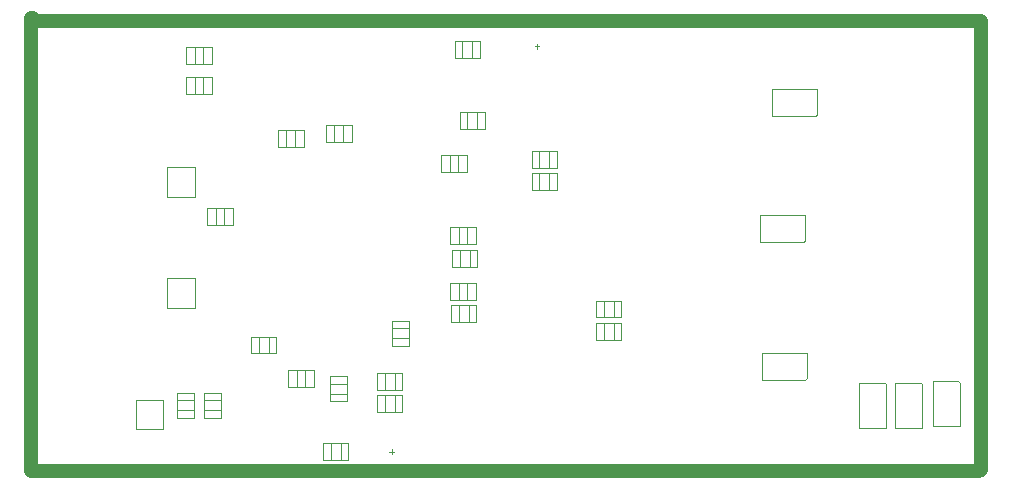
<source format=gm1>
%FSTAX23Y23*%
%MOIN*%
%SFA1B1*%

%IPPOS*%
%ADD85C,0.047240*%
%ADD86C,0.000000*%
%ADD87C,0.001970*%
%ADD88C,0.003940*%
%LN3phasedriver-1*%
%LPD*%
G54D85*
X029Y04015D02*
X02905D01*
X02915Y04005*
X06065*
Y0251D02*
Y04005D01*
X0606Y02505D02*
X06065Y0251D01*
X029Y02505D02*
X0606D01*
X029D02*
Y04015D01*
G54D86*
X03477Y02683D02*
X03533D01*
X03477Y02708D02*
Y02742D01*
Y02767D02*
X03533D01*
Y02708D02*
Y02742D01*
X03477D02*
Y02767D01*
X03533Y02742D02*
Y02767D01*
X03477Y02742D02*
X03533D01*
Y02683D02*
Y02708D01*
X03477Y02683D02*
Y02708D01*
X03533*
X03387Y02683D02*
X03443D01*
X03387Y02708D02*
Y02742D01*
Y02767D02*
X03443D01*
Y02708D02*
Y02742D01*
X03387D02*
Y02767D01*
X03443Y02742D02*
Y02767D01*
X03387Y02742D02*
X03443D01*
Y02683D02*
Y02708D01*
X03387Y02683D02*
Y02708D01*
X03443*
X04371Y03882D02*
Y03938D01*
Y03882D02*
X04396D01*
X04371Y03938D02*
X04396D01*
X04337Y03882D02*
Y03938D01*
X04312D02*
X04337D01*
X04312Y03882D02*
X04337D01*
Y03938D02*
X04371D01*
X04312Y03882D02*
Y03938D01*
X04337Y03882D02*
X04371D01*
X04396D02*
Y03938D01*
X03932Y02542D02*
Y02598D01*
Y02542D02*
X03957D01*
X03932Y02598D02*
X03957D01*
X03898Y02542D02*
Y02598D01*
X03873D02*
X03898D01*
X03873Y02542D02*
X03898D01*
Y02598D02*
X03932D01*
X03873Y02542D02*
Y02598D01*
X03898Y02542D02*
X03932D01*
X03957D02*
Y02598D01*
X03897Y02738D02*
X03953D01*
X03897Y02763D02*
Y02797D01*
Y02822D02*
X03953D01*
Y02763D02*
Y02797D01*
X03897D02*
Y02822D01*
X03953Y02797D02*
Y02822D01*
X03897Y02797D02*
X03953D01*
Y02738D02*
Y02763D01*
X03897Y02738D02*
Y02763D01*
X03953*
X03633Y02898D02*
Y02954D01*
X03658D02*
X03692D01*
X03717Y02898D02*
Y02954D01*
X03658Y02898D02*
X03692D01*
Y02954D02*
X03717D01*
X03692Y02898D02*
X03717D01*
X03692D02*
Y02954D01*
X03633Y02898D02*
X03658D01*
X03633Y02954D02*
X03658D01*
Y02898D02*
Y02954D01*
X03516Y03326D02*
Y03384D01*
X03487D02*
X03516D01*
X03487Y03326D02*
X03516D01*
X03544D02*
Y03384D01*
Y03326D02*
X03573D01*
X03544Y03384D02*
X03573D01*
X03516Y03326D02*
X03544D01*
X03573D02*
Y03384D01*
X03516D02*
X03544D01*
X03487Y03326D02*
Y03384D01*
X03446Y03861D02*
Y03919D01*
X03417D02*
X03446D01*
X03417Y03861D02*
X03446D01*
X03474D02*
Y03919D01*
Y03861D02*
X03503D01*
X03474Y03919D02*
X03503D01*
X03446Y03861D02*
X03474D01*
X03503D02*
Y03919D01*
X03446D02*
X03474D01*
X03417Y03861D02*
Y03919D01*
X03446Y03761D02*
Y03819D01*
X03417D02*
X03446D01*
X03417Y03761D02*
X03446D01*
X03474D02*
Y03819D01*
Y03761D02*
X03503D01*
X03474Y03819D02*
X03503D01*
X03446Y03761D02*
X03474D01*
X03503D02*
Y03819D01*
X03446D02*
X03474D01*
X03417Y03761D02*
Y03819D01*
X03751Y03586D02*
Y03644D01*
X03722D02*
X03751D01*
X03722Y03586D02*
X03751D01*
X03779D02*
Y03644D01*
Y03586D02*
X03808D01*
X03779Y03644D02*
X03808D01*
X03751Y03586D02*
X03779D01*
X03808D02*
Y03644D01*
X03751D02*
X03779D01*
X03722Y03586D02*
Y03644D01*
X03911Y03601D02*
Y03659D01*
X03882D02*
X03911D01*
X03882Y03601D02*
X03911D01*
X03939D02*
Y03659D01*
Y03601D02*
X03968D01*
X03939Y03659D02*
X03968D01*
X03911Y03601D02*
X03939D01*
X03968D02*
Y03659D01*
X03911D02*
X03939D01*
X03882Y03601D02*
Y03659D01*
X04387Y03647D02*
Y03703D01*
Y03647D02*
X04412D01*
X04387Y03703D02*
X04412D01*
X04353Y03647D02*
Y03703D01*
X04328D02*
X04353D01*
X04328Y03647D02*
X04353D01*
Y03703D02*
X04387D01*
X04328Y03647D02*
Y03703D01*
X04353Y03647D02*
X04387D01*
X04412D02*
Y03703D01*
X04296Y03501D02*
Y03559D01*
X04267D02*
X04296D01*
X04267Y03501D02*
X04296D01*
X04324D02*
Y03559D01*
Y03501D02*
X04353D01*
X04324Y03559D02*
X04353D01*
X04296Y03501D02*
X04324D01*
X04353D02*
Y03559D01*
X04296D02*
X04324D01*
X04267Y03501D02*
Y03559D01*
X04627Y03517D02*
Y03573D01*
Y03517D02*
X04652D01*
X04627Y03573D02*
X04652D01*
X04593Y03517D02*
Y03573D01*
X04568D02*
X04593D01*
X04568Y03517D02*
X04593D01*
Y03573D02*
X04627D01*
X04568Y03517D02*
Y03573D01*
X04593Y03517D02*
X04627D01*
X04652D02*
Y03573D01*
X04362Y03187D02*
Y03243D01*
Y03187D02*
X04387D01*
X04362Y03243D02*
X04387D01*
X04328Y03187D02*
Y03243D01*
X04303D02*
X04328D01*
X04303Y03187D02*
X04328D01*
Y03243D02*
X04362D01*
X04303Y03187D02*
Y03243D01*
X04328Y03187D02*
X04362D01*
X04387D02*
Y03243D01*
X04326Y03261D02*
Y03319D01*
X04297D02*
X04326D01*
X04297Y03261D02*
X04326D01*
X04354D02*
Y03319D01*
Y03261D02*
X04383D01*
X04354Y03319D02*
X04383D01*
X04326Y03261D02*
X04354D01*
X04383D02*
Y03319D01*
X04326D02*
X04354D01*
X04297Y03261D02*
Y03319D01*
X04627Y03442D02*
Y03498D01*
Y03442D02*
X04652D01*
X04627Y03498D02*
X04652D01*
X04593Y03442D02*
Y03498D01*
X04568D02*
X04593D01*
X04568Y03442D02*
X04593D01*
Y03498D02*
X04627D01*
X04568Y03442D02*
Y03498D01*
X04593Y03442D02*
X04627D01*
X04652D02*
Y03498D01*
X04359Y03003D02*
Y03059D01*
Y03003D02*
X04384D01*
X04359Y03059D02*
X04384D01*
X04325Y03003D02*
Y03059D01*
X043D02*
X04325D01*
X043Y03003D02*
X04325D01*
Y03059D02*
X04359D01*
X043Y03003D02*
Y03059D01*
X04325Y03003D02*
X04359D01*
X04384D02*
Y03059D01*
X04326Y03075D02*
Y03133D01*
X04297D02*
X04326D01*
X04297Y03075D02*
X04326D01*
X04354D02*
Y03133D01*
Y03075D02*
X04383D01*
X04354Y03133D02*
X04383D01*
X04326Y03075D02*
X04354D01*
X04383D02*
Y03133D01*
X04326D02*
X04354D01*
X04297Y03075D02*
Y03133D01*
X04842Y02942D02*
Y02998D01*
Y02942D02*
X04867D01*
X04842Y02998D02*
X04867D01*
X04808Y02942D02*
Y02998D01*
X04783D02*
X04808D01*
X04783Y02942D02*
X04808D01*
Y02998D02*
X04842D01*
X04783Y02942D02*
Y02998D01*
X04808Y02942D02*
X04842D01*
X04867D02*
Y02998D01*
X04808Y03018D02*
Y03074D01*
X04783D02*
X04808D01*
X04783Y03018D02*
X04808D01*
X04842D02*
Y03074D01*
Y03018D02*
X04867D01*
X04842Y03074D02*
X04867D01*
X04808Y03018D02*
X04842D01*
X04867D02*
Y03074D01*
X04808D02*
X04842D01*
X04783Y03018D02*
Y03074D01*
X04078Y02777D02*
Y02833D01*
X04053D02*
X04078D01*
X04053Y02777D02*
X04078D01*
X04112D02*
Y02833D01*
Y02777D02*
X04137D01*
X04112Y02833D02*
X04137D01*
X04078Y02777D02*
X04112D01*
X04137D02*
Y02833D01*
X04078D02*
X04112D01*
X04053Y02777D02*
Y02833D01*
X03786Y02786D02*
Y02844D01*
X03757D02*
X03786D01*
X03757Y02786D02*
X03786D01*
X03814D02*
Y02844D01*
Y02786D02*
X03843D01*
X03814Y02844D02*
X03843D01*
X03786Y02786D02*
X03814D01*
X03843D02*
Y02844D01*
X03786D02*
X03814D01*
X03757Y02786D02*
Y02844D01*
X04102Y02982D02*
X04158D01*
Y03007*
X04102Y02982D02*
Y03007D01*
Y02948D02*
X04158D01*
X04102Y02923D02*
Y02948D01*
X04158Y02923D02*
Y02948D01*
X04102D02*
Y02982D01*
Y02923D02*
X04158D01*
Y02948D02*
Y02982D01*
X04102Y03007D02*
X04158D01*
X04078Y02702D02*
Y02758D01*
X04053D02*
X04078D01*
X04053Y02702D02*
X04078D01*
X04112D02*
Y02758D01*
Y02702D02*
X04137D01*
X04112Y02758D02*
X04137D01*
X04078Y02702D02*
X04112D01*
X04137D02*
Y02758D01*
X04078D02*
X04112D01*
X04053Y02702D02*
Y02758D01*
G54D87*
X03293Y02645D02*
X0334D01*
Y02744*
X03248Y02645D02*
X03295D01*
X03248Y02744D02*
X03295D01*
X03293D02*
X0334D01*
X03248Y02645D02*
Y02744D01*
X03445Y0305D02*
Y03149D01*
X03352Y0305D02*
X034D01*
X03398D02*
X03445D01*
X03398Y03149D02*
X03445D01*
X03352Y0305D02*
Y03149D01*
X034*
X03445Y0342D02*
Y03519D01*
X03352Y0342D02*
X034D01*
X03398D02*
X03445D01*
X03398Y03519D02*
X03445D01*
X03352Y0342D02*
Y03519D01*
X034*
G54D88*
X04586Y03913D02*
Y03929D01*
X04578Y03921D02*
X04594D01*
X04102Y02562D02*
Y02578D01*
X04094Y0257D02*
X0411D01*
X0575Y0265D02*
Y02795D01*
X05745Y028D02*
X0575Y02795D01*
X0566Y028D02*
X05745D01*
X0566Y0265D02*
Y028D01*
Y0265D02*
X0575D01*
X05995Y02655D02*
Y028D01*
X0599Y02805D02*
X05995Y028D01*
X05905Y02805D02*
X0599D01*
X05905Y02655D02*
Y02805D01*
Y02655D02*
X05995D01*
X0587Y0265D02*
Y02795D01*
X05865Y028D02*
X0587Y02795D01*
X0578Y028D02*
X05865D01*
X0578Y0265D02*
Y028D01*
Y0265D02*
X0587D01*
X0537Y0369D02*
X05515D01*
X0552Y03695*
Y0378*
X0537D02*
X0552D01*
X0537Y0369D02*
Y0378D01*
X05335Y0281D02*
X0548D01*
X05485Y02815*
Y029*
X05335D02*
X05485D01*
X05335Y0281D02*
Y029D01*
X0533Y0327D02*
X05475D01*
X0548Y03275*
Y0336*
X0533D02*
X0548D01*
X0533Y0327D02*
Y0336D01*
M02*
</source>
